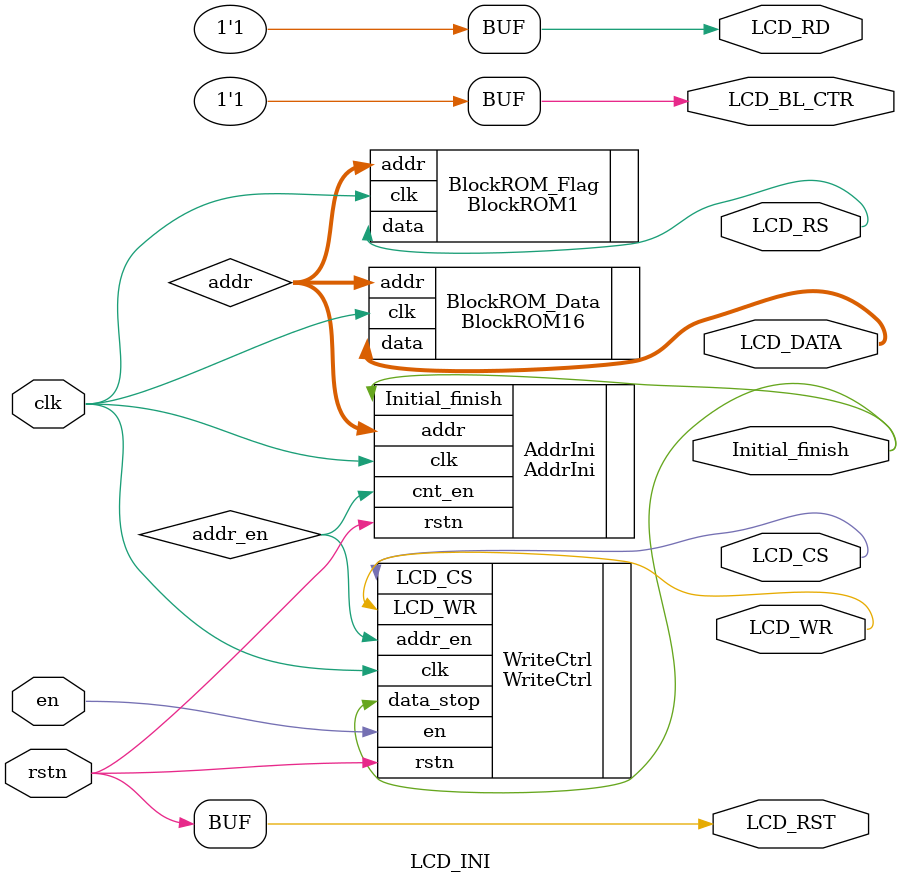
<source format=v>
module LCD_INI(
    input              clk,
    input              rstn,
    input              en,
    output             Initial_finish,
    output             LCD_CS,
    output             LCD_RST,
    output             LCD_RS,
    output             LCD_WR,
    output             LCD_RD,
    output    [15:0]   LCD_DATA,
    output             LCD_BL_CTR
);

localparam  ADDR_WIDTH = 17;

assign LCD_RST    = rstn;
assign LCD_RD     = 1'b1;
assign LCD_BL_CTR = 1'b1;


wire addr_en;
WriteCtrl WriteCtrl(
     .clk               (clk)
    ,.rstn              (rstn)
    ,.en                (en)
    ,.data_stop         (Initial_finish)
    ,.addr_en           (addr_en)
    ,.LCD_CS            (LCD_CS)
    ,.LCD_WR            (LCD_WR)
);

/*****************************************/
//addr
/*****************************************/
wire [ADDR_WIDTH-1:0] addr;
AddrIni # (
     .ADDR_WIDTH  (ADDR_WIDTH)
)     AddrIni (
     .clk             (clk)
    ,.rstn            (rstn)
    ,.cnt_en          (addr_en)
    ,.Initial_finish  (Initial_finish)
    ,.addr            (addr)
);


/*****************************************/
//BROM
/*****************************************/
BlockROM16 # (
     .ADDR_WIDTH  (ADDR_WIDTH) 
    ,.DATA_WIDTH  (16)
)     BlockROM_Data (
     .clk         (clk)
    ,.addr        (addr)
    ,.data        (LCD_DATA)
);

BlockROM1 # (
     .ADDR_WIDTH  (ADDR_WIDTH)
    ,.DATA_WIDTH  (1)
)     BlockROM_Flag (
     .clk         (clk)
    ,.addr        (addr)
    ,.data        (LCD_RS)// rs = 0 -> Command Addr
);

endmodule

</source>
